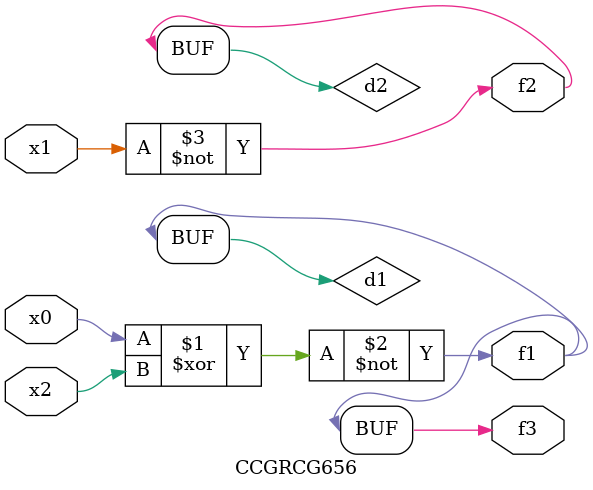
<source format=v>
module CCGRCG656(
	input x0, x1, x2,
	output f1, f2, f3
);

	wire d1, d2, d3;

	xnor (d1, x0, x2);
	nand (d2, x1);
	nor (d3, x1, x2);
	assign f1 = d1;
	assign f2 = d2;
	assign f3 = d1;
endmodule

</source>
